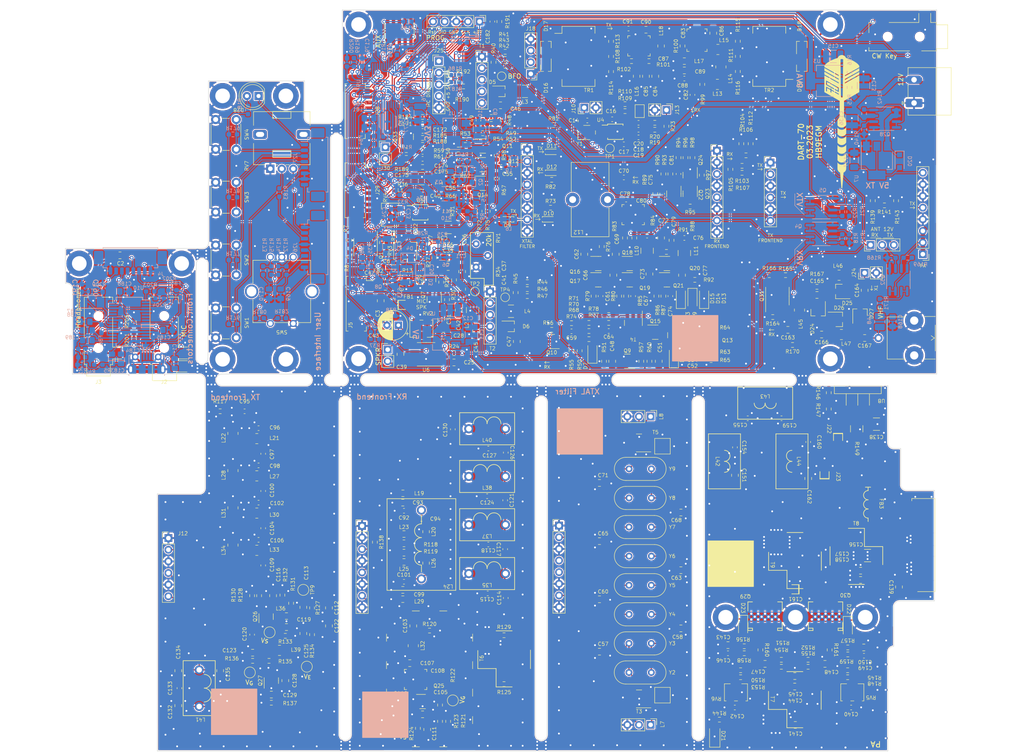
<source format=kicad_pcb>
(kicad_pcb (version 20211014) (generator pcbnew)

  (general
    (thickness 1.6)
  )

  (paper "A4")
  (title_block
    (title "DART-70 TRX")
    (date "2023-03-08")
    (rev "0")
    (company "HB9EGM")
  )

  (layers
    (0 "F.Cu" signal)
    (31 "B.Cu" signal)
    (32 "B.Adhes" user "B.Adhesive")
    (33 "F.Adhes" user "F.Adhesive")
    (34 "B.Paste" user)
    (35 "F.Paste" user)
    (36 "B.SilkS" user "B.Silkscreen")
    (37 "F.SilkS" user "F.Silkscreen")
    (38 "B.Mask" user)
    (39 "F.Mask" user)
    (40 "Dwgs.User" user "User.Drawings")
    (41 "Cmts.User" user "User.Comments")
    (42 "Eco1.User" user "User.Eco1")
    (43 "Eco2.User" user "User.Eco2")
    (44 "Edge.Cuts" user)
    (45 "Margin" user "Edge.Cuts.Setback")
    (46 "B.CrtYd" user "B.Courtyard")
    (47 "F.CrtYd" user "F.Courtyard")
    (48 "B.Fab" user)
    (49 "F.Fab" user)
    (50 "User.1" user "Milling")
    (51 "User.2" user)
    (52 "User.3" user)
    (53 "User.4" user)
    (54 "User.5" user)
    (55 "User.6" user)
    (56 "User.7" user)
    (57 "User.8" user)
    (58 "User.9" user)
  )

  (setup
    (stackup
      (layer "F.SilkS" (type "Top Silk Screen"))
      (layer "F.Paste" (type "Top Solder Paste"))
      (layer "F.Mask" (type "Top Solder Mask") (thickness 0.01))
      (layer "F.Cu" (type "copper") (thickness 0.035))
      (layer "dielectric 1" (type "core") (thickness 1.51) (material "FR4") (epsilon_r 4.5) (loss_tangent 0.02))
      (layer "B.Cu" (type "copper") (thickness 0.035))
      (layer "B.Mask" (type "Bottom Solder Mask") (thickness 0.01))
      (layer "B.Paste" (type "Bottom Solder Paste"))
      (layer "B.SilkS" (type "Bottom Silk Screen"))
      (copper_finish "None")
      (dielectric_constraints no)
    )
    (pad_to_mask_clearance 0)
    (pcbplotparams
      (layerselection 0x0000130_ffffffff)
      (disableapertmacros false)
      (usegerberextensions false)
      (usegerberattributes true)
      (usegerberadvancedattributes true)
      (creategerberjobfile true)
      (svguseinch false)
      (svgprecision 6)
      (excludeedgelayer true)
      (plotframeref false)
      (viasonmask false)
      (mode 1)
      (useauxorigin false)
      (hpglpennumber 1)
      (hpglpenspeed 20)
      (hpglpendiameter 15.000000)
      (dxfpolygonmode true)
      (dxfimperialunits true)
      (dxfusepcbnewfont true)
      (psnegative false)
      (psa4output false)
      (plotreference true)
      (plotvalue true)
      (plotinvisibletext false)
      (sketchpadsonfab false)
      (subtractmaskfromsilk false)
      (outputformat 5)
      (mirror false)
      (drillshape 0)
      (scaleselection 1)
      (outputdirectory "out")
    )
  )

  (net 0 "")
  (net 1 "+12V")
  (net 2 "GND")
  (net 3 "Net-(C1-Pad1)")
  (net 4 "Net-(C3-Pad1)")
  (net 5 "+9VA")
  (net 6 "/MIC")
  (net 7 "Net-(C6-Pad2)")
  (net 8 "+5VA")
  (net 9 "Net-(C1-Pad2)")
  (net 10 "Net-(C2-Pad2)")
  (net 11 "Net-(C4-Pad1)")
  (net 12 "Net-(C14-Pad1)")
  (net 13 "Net-(C14-Pad2)")
  (net 14 "Net-(C15-Pad1)")
  (net 15 "/BFO")
  (net 16 "Net-(C5-Pad1)")
  (net 17 "Net-(C5-Pad2)")
  (net 18 "Net-(C9-Pad2)")
  (net 19 "/Antenna Switch/TX")
  (net 20 "Net-(C18-Pad1)")
  (net 21 "Net-(C18-Pad2)")
  (net 22 "Net-(C19-Pad1)")
  (net 23 "Net-(C21-Pad1)")
  (net 24 "Net-(C20-Pad1)")
  (net 25 "Net-(C20-Pad2)")
  (net 26 "Net-(C22-Pad1)")
  (net 27 "Net-(C23-Pad1)")
  (net 28 "Net-(C23-Pad2)")
  (net 29 "Net-(C25-Pad1)")
  (net 30 "Net-(C21-Pad2)")
  (net 31 "Net-(C26-Pad1)")
  (net 32 "Net-(C22-Pad2)")
  (net 33 "Net-(C26-Pad2)")
  (net 34 "Net-(C28-Pad1)")
  (net 35 "+VRX")
  (net 36 "Net-(C31-Pad1)")
  (net 37 "Net-(C33-Pad1)")
  (net 38 "/Baseband/VAGC")
  (net 39 "Net-(C28-Pad2)")
  (net 40 "Net-(C39-Pad1)")
  (net 41 "Net-(C29-Pad1)")
  (net 42 "Net-(C40-Pad2)")
  (net 43 "Net-(C41-Pad2)")
  (net 44 "Net-(C34-Pad1)")
  (net 45 "/Baseband/SPKR_OUT")
  (net 46 "Net-(C35-Pad1)")
  (net 47 "Net-(C44-Pad2)")
  (net 48 "Net-(C40-Pad1)")
  (net 49 "Net-(C45-Pad2)")
  (net 50 "Net-(C46-Pad1)")
  (net 51 "Net-(C46-Pad2)")
  (net 52 "Net-(C47-Pad1)")
  (net 53 "Net-(C47-Pad2)")
  (net 54 "Net-(C48-Pad1)")
  (net 55 "Net-(C48-Pad2)")
  (net 56 "Net-(C49-Pad1)")
  (net 57 "Net-(C49-Pad2)")
  (net 58 "Net-(C50-Pad1)")
  (net 59 "Net-(C42-Pad2)")
  (net 60 "Net-(C43-Pad1)")
  (net 61 "Net-(C53-Pad1)")
  (net 62 "Net-(C50-Pad2)")
  (net 63 "Net-(C54-Pad2)")
  (net 64 "Net-(C51-Pad1)")
  (net 65 "Net-(C55-Pad2)")
  (net 66 "Net-(C56-Pad2)")
  (net 67 "Net-(C57-Pad2)")
  (net 68 "Net-(C52-Pad2)")
  (net 69 "Net-(C54-Pad1)")
  (net 70 "Net-(C60-Pad2)")
  (net 71 "Net-(C56-Pad1)")
  (net 72 "Net-(C58-Pad2)")
  (net 73 "Net-(C63-Pad2)")
  (net 74 "Net-(C64-Pad2)")
  (net 75 "Net-(C59-Pad1)")
  (net 76 "Net-(C65-Pad2)")
  (net 77 "Net-(C66-Pad2)")
  (net 78 "Net-(C67-Pad2)")
  (net 79 "Net-(C61-Pad2)")
  (net 80 "Net-(C69-Pad1)")
  (net 81 "Net-(C62-Pad1)")
  (net 82 "Net-(C70-Pad2)")
  (net 83 "Net-(C71-Pad2)")
  (net 84 "Net-(C66-Pad1)")
  (net 85 "Net-(C72-Pad2)")
  (net 86 "Net-(C73-Pad2)")
  (net 87 "Net-(C74-Pad2)")
  (net 88 "Net-(C75-Pad2)")
  (net 89 "Net-(C68-Pad2)")
  (net 90 "Net-(C76-Pad2)")
  (net 91 "Net-(C70-Pad1)")
  (net 92 "Net-(C73-Pad1)")
  (net 93 "Net-(C77-Pad1)")
  (net 94 "Net-(C81-Pad1)")
  (net 95 "Net-(C81-Pad2)")
  (net 96 "Net-(C82-Pad1)")
  (net 97 "Net-(C82-Pad2)")
  (net 98 "Net-(C83-Pad2)")
  (net 99 "Net-(C77-Pad2)")
  (net 100 "Net-(C79-Pad1)")
  (net 101 "Net-(C87-Pad2)")
  (net 102 "Net-(C83-Pad1)")
  (net 103 "/70MHz VHF Frontend/VHF_RX")
  (net 104 "/70MHz VHF Frontend/TX_FROM_MIX")
  (net 105 "Net-(C84-Pad2)")
  (net 106 "Net-(C87-Pad1)")
  (net 107 "Net-(C88-Pad2)")
  (net 108 "Net-(C101-Pad2)")
  (net 109 "Net-(C91-Pad2)")
  (net 110 "Net-(C94-Pad1)")
  (net 111 "Net-(C95-Pad2)")
  (net 112 "Net-(C109-Pad2)")
  (net 113 "/70MHz VHF Frontend/+VTX_FE")
  (net 114 "Net-(C111-Pad2)")
  (net 115 "Net-(C103-Pad2)")
  (net 116 "Net-(C104-Pad1)")
  (net 117 "Net-(C114-Pad2)")
  (net 118 "Net-(C105-Pad2)")
  (net 119 "Net-(C110-Pad1)")
  (net 120 "Net-(C120-Pad1)")
  (net 121 "Net-(C120-Pad2)")
  (net 122 "Net-(C121-Pad1)")
  (net 123 "Net-(C125-Pad2)")
  (net 124 "Net-(C126-Pad1)")
  (net 125 "Net-(C128-Pad1)")
  (net 126 "Net-(C128-Pad2)")
  (net 127 "Net-(C129-Pad1)")
  (net 128 "/70MHz VHF Frontend/RX_TO_MIX")
  (net 129 "/70MHz VHF Frontend/VHF_TX")
  (net 130 "Net-(C113-Pad2)")
  (net 131 "VGG1")
  (net 132 "Net-(C114-Pad1)")
  (net 133 "Net-(C116-Pad2)")
  (net 134 "Net-(C117-Pad2)")
  (net 135 "Net-(C119-Pad2)")
  (net 136 "Net-(C144-Pad1)")
  (net 137 "Net-(C144-Pad2)")
  (net 138 "VGG2")
  (net 139 "+3V3")
  (net 140 "/PA 70MHz/VG_5V")
  (net 141 "Net-(C138-Pad1)")
  (net 142 "Net-(C139-Pad1)")
  (net 143 "Net-(C159-Pad2)")
  (net 144 "/Control on separate board/ENC_B")
  (net 145 "/Control on separate board/ENC_A")
  (net 146 "/Control on separate board/3.3V_UI")
  (net 147 "Net-(C139-Pad2)")
  (net 148 "Net-(C171-Pad1)")
  (net 149 "Net-(C172-Pad1)")
  (net 150 "Net-(C147-Pad1)")
  (net 151 "Net-(C148-Pad1)")
  (net 152 "Net-(C151-Pad2)")
  (net 153 "Net-(C165-Pad1)")
  (net 154 "Net-(C154-Pad2)")
  (net 155 "Net-(D5-Pad1)")
  (net 156 "Net-(D5-Pad2)")
  (net 157 "Net-(D6-Pad1)")
  (net 158 "Net-(D6-Pad2)")
  (net 159 "Net-(D7-Pad2)")
  (net 160 "Net-(D8-Pad2)")
  (net 161 "Net-(C153-Pad2)")
  (net 162 "Net-(D10-Pad1)")
  (net 163 "Net-(D9-Pad2)")
  (net 164 "Net-(D11-Pad1)")
  (net 165 "Net-(D10-Pad2)")
  (net 166 "Net-(D13-Pad2)")
  (net 167 "Net-(D14-Pad2)")
  (net 168 "Net-(D15-Pad2)")
  (net 169 "Net-(D16-Pad1)")
  (net 170 "Net-(D16-Pad2)")
  (net 171 "Net-(D16-Pad3)")
  (net 172 "Net-(D17-Pad3)")
  (net 173 "Net-(D18-Pad1)")
  (net 174 "Net-(D18-Pad2)")
  (net 175 "Net-(D18-Pad3)")
  (net 176 "Net-(D19-Pad3)")
  (net 177 "Net-(C152-Pad2)")
  (net 178 "Net-(D21-Pad2)")
  (net 179 "/Control on separate board/STATUSn")
  (net 180 "Net-(D23-Pad2)")
  (net 181 "Net-(FB1-Pad2)")
  (net 182 "Net-(C164-Pad1)")
  (net 183 "Net-(C30-Pad2)")
  (net 184 "Net-(C166-Pad1)")
  (net 185 "Net-(C167-Pad2)")
  (net 186 "Net-(C168-Pad2)")
  (net 187 "Net-(C169-Pad2)")
  (net 188 "Net-(C170-Pad1)")
  (net 189 "/CW_RING")
  (net 190 "/CW_TIP")
  (net 191 "Net-(C173-Pad1)")
  (net 192 "Net-(C30-Pad1)")
  (net 193 "Net-(C174-Pad1)")
  (net 194 "/Baseband/SPKR_DET")
  (net 195 "Net-(C180-Pad2)")
  (net 196 "Net-(C188-Pad2)")
  (net 197 "Net-(C189-Pad2)")
  (net 198 "Net-(D20-Pad1)")
  (net 199 "unconnected-(D26-Pad2)")
  (net 200 "/Baseband/GPIO_XTAL")
  (net 201 "/EN_VRX")
  (net 202 "/EN_VTX")
  (net 203 "Net-(D28-Pad1)")
  (net 204 "/Baseband/CW_KEYn")
  (net 205 "/Baseband/CW_TONE")
  (net 206 "/MIC_PTT")
  (net 207 "/Baseband/SPKR_VOL")
  (net 208 "/MUTE_MICn")
  (net 209 "/SDA")
  (net 210 "/SCL")
  (net 211 "/S_METER")
  (net 212 "/Baseband/VHF_IN")
  (net 213 "/Baseband/VHF_OUT")
  (net 214 "/CLK1")
  (net 215 "unconnected-(D27-Pad2)")
  (net 216 "+VTX")
  (net 217 "Net-(D28-Pad2)")
  (net 218 "unconnected-(J2-PadNC)")
  (net 219 "unconnected-(J2-PadR1)")
  (net 220 "Net-(J2-PadT)")
  (net 221 "/Control on separate board/DISP_LAT")
  (net 222 "/Control on separate board/I2C2_SDA")
  (net 223 "/Control on separate board/I2C2_SCL")
  (net 224 "/Control on separate board/PC14")
  (net 225 "/Control on separate board/PC13")
  (net 226 "unconnected-(J2-PadTN)")
  (net 227 "/Control on separate board/USART1_TX")
  (net 228 "/Control on separate board/USART1_RX")
  (net 229 "/Control on separate board/PB15")
  (net 230 "/Control on separate board/SWCLK")
  (net 231 "/Control on separate board/SWDIO")
  (net 232 "/Control on separate board/RESETn")
  (net 233 "/LO1")
  (net 234 "Net-(L14-Pad1)")
  (net 235 "Net-(J3-PadR)")
  (net 236 "Net-(J3-PadTN)")
  (net 237 "Net-(L21-Pad2)")
  (net 238 "Net-(L23-Pad2)")
  (net 239 "Net-(L25-Pad2)")
  (net 240 "Net-(Q1-Pad2)")
  (net 241 "Net-(J5-Pad4)")
  (net 242 "unconnected-(J8-PadTN)")
  (net 243 "Net-(J15-Pad2)")
  (net 244 "Net-(J17-Pad2)")
  (net 245 "unconnected-(J17-Pad4)")
  (net 246 "unconnected-(J17-Pad5)")
  (net 247 "Net-(J17-Pad7)")
  (net 248 "Net-(J20-Pad5)")
  (net 249 "Net-(Q13-Pad1)")
  (net 250 "Net-(J22-Pad1)")
  (net 251 "Net-(J26-Pad2)")
  (net 252 "Net-(Q16-Pad2)")
  (net 253 "Net-(Q18-Pad2)")
  (net 254 "Net-(J26-Pad3)")
  (net 255 "Net-(J26-Pad5)")
  (net 256 "Net-(Q23-Pad1)")
  (net 257 "Net-(J27-Pad2)")
  (net 258 "/70MHz VHF Frontend/+VRX_FE")
  (net 259 "Net-(J27-Pad3)")
  (net 260 "Net-(J27-Pad4)")
  (net 261 "Net-(J27-Pad5)")
  (net 262 "Net-(J33-Pad1)")
  (net 263 "Net-(J33-Pad4)")
  (net 264 "Net-(R31-Pad2)")
  (net 265 "Net-(L13-Pad1)")
  (net 266 "Net-(L18-Pad1)")
  (net 267 "Net-(L20-Pad2)")
  (net 268 "Net-(L30-Pad2)")
  (net 269 "Net-(L33-Pad2)")
  (net 270 "Net-(Q2-Pad1)")
  (net 271 "Net-(Q3-Pad1)")
  (net 272 "Net-(Q4-Pad4)")
  (net 273 "Net-(Q5-Pad4)")
  (net 274 "Net-(Q8-Pad1)")
  (net 275 "Net-(Q9-Pad1)")
  (net 276 "Net-(Q12-Pad2)")
  (net 277 "Net-(Q13-Pad3)")
  (net 278 "/Control on separate board/BTN0")
  (net 279 "/Control on separate board/BTN1")
  (net 280 "/Control on separate board/BTN2")
  (net 281 "/Control on separate board/BTN3")
  (net 282 "Net-(Q15-Pad1)")
  (net 283 "/Control on separate board/ENC_BTN")
  (net 284 "/Control on separate board/XTAL1")
  (net 285 "/Control on separate board/XTAL2")
  (net 286 "/Control on separate board/PWM_CW")
  (net 287 "/Control on separate board/MUTE_SPKR")
  (net 288 "Net-(Q16-Pad3)")
  (net 289 "/Control on separate board/BOOT0")
  (net 290 "/Control on separate board/BOOT1")
  (net 291 "unconnected-(T3-Pad2)")
  (net 292 "unconnected-(T5-Pad2)")
  (net 293 "unconnected-(TR1-Pad10)")
  (net 294 "unconnected-(TR1-Pad15)")
  (net 295 "unconnected-(TR2-Pad10)")
  (net 296 "unconnected-(TR2-Pad15)")
  (net 297 "Net-(U4-Pad3)")
  (net 298 "Net-(Q20-Pad2)")
  (net 299 "Net-(D22-Pad2)")
  (net 300 "unconnected-(T4-Pad2)")
  (net 301 "/Antenna Switch/RX")
  (net 302 "Net-(Q22-Pad1)")
  (net 303 "Net-(Q25-Pad1)")
  (net 304 "Net-(L27-Pad2)")
  (net 305 "Net-(Q26-Pad4)")
  (net 306 "Net-(Q28-Pad4)")
  (net 307 "Net-(Q30-Pad1)")
  (net 308 "Net-(Q31-Pad5)")
  (net 309 "/Antenna Switch/ANT")
  (net 310 "/Antenna Switch/V_{PIN}")
  (net 311 "Net-(Q31-Pad7)")
  (net 312 "Net-(Q32-Pad4)")
  (net 313 "/TX_to_PA")
  (net 314 "/Baseband/AGC_to_METER")
  (net 315 "Net-(Q32-Pad5)")
  (net 316 "/PA 70MHz/V_{DD}")
  (net 317 "Net-(R32-Pad2)")
  (net 318 "Net-(C137-Pad1)")
  (net 319 "Net-(R37-Pad2)")
  (net 320 "Net-(FB3-Pad1)")
  (net 321 "Net-(R40-Pad1)")
  (net 322 "Net-(C162-Pad2)")
  (net 323 "Net-(R40-Pad2)")
  (net 324 "Net-(R44-Pad1)")
  (net 325 "Net-(Q1-Pad4)")
  (net 326 "Net-(C148-Pad2)")
  (net 327 "Net-(R45-Pad1)")
  (net 328 "Net-(Q29-Pad1)")
  (net 329 "Net-(C147-Pad2)")
  (net 330 "Net-(C163-Pad1)")
  (net 331 "Net-(R103-Pad1)")
  (net 332 "Net-(R110-Pad1)")
  (net 333 "Net-(R111-Pad1)")
  (net 334 "Net-(R121-Pad2)")
  (net 335 "/VOX_PTTn")
  (net 336 "Net-(D11-Pad2)")
  (net 337 "/EN_PA")
  (net 338 "Net-(JP2-Pad2)")
  (net 339 "Net-(R146-Pad1)")
  (net 340 "Net-(R148-Pad1)")
  (net 341 "Net-(R153-Pad1)")
  (net 342 "Net-(R172-Pad1)")
  (net 343 "unconnected-(D24-Pad2)")
  (net 344 "unconnected-(D25-Pad2)")
  (net 345 "Net-(R173-Pad2)")
  (net 346 "Net-(R183-Pad2)")
  (net 347 "/USB Audio/AF_OUT_L")
  (net 348 "/USB Audio/AF_IN")
  (net 349 "Net-(C183-Pad2)")
  (net 350 "Net-(C184-Pad2)")
  (net 351 "/USB Audio/VCC")
  (net 352 "/USB Audio/VDD")
  (net 353 "Net-(R194-Pad2)")
  (net 354 "/USB Audio/AF_OUT_R")
  (net 355 "Net-(R195-Pad2)")
  (net 356 "/USB Audio/XTI")
  (net 357 "/USB Audio/XTO")
  (net 358 "unconnected-(U10-Pad5)")
  (net 359 "/USB Audio/USB_DM")
  (net 360 "/USB Audio/USB_DP")
  (net 361 "unconnected-(U10-Pad6)")
  (net 362 "unconnected-(U10-Pad7)")
  (net 363 "unconnected-(U9-Pad1)")
  (net 364 "Net-(R203-Pad2)")
  (net 365 "Net-(R204-Pad2)")
  (net 366 "unconnected-(U10-Pad24)")
  (net 367 "/Control on separate board/USB_DM")
  (net 368 "/Control on separate board/USB_DP")
  (net 369 "unconnected-(U10-Pad25)")
  (net 370 "unconnected-(U10-Pad28)")
  (net 371 "Net-(C100-Pad2)")
  (net 372 "Net-(C100-Pad1)")
  (net 373 "Net-(C107-Pad1)")
  (net 374 "Net-(Q11-Pad3)")
  (net 375 "Net-(R108-Pad1)")
  (net 376 "Net-(R108-Pad2)")
  (net 377 "Net-(R180-Pad1)")

  (footprint "Capacitor_SMD:C_0603_1608Metric_Pad1.08x0.95mm_HandSolder" (layer "F.Cu") (at 97.536 47.498 180))

  (footprint "Resistor_SMD:R_0603_1608Metric_Pad0.98x0.95mm_HandSolder" (layer "F.Cu") (at 60.325 142.875 -90))

  (footprint "Crystal:Crystal_HC49-U_Vertical" (layer "F.Cu") (at 142.595 140.589))

  (footprint "Resistor_SMD:R_0603_1608Metric_Pad0.98x0.95mm_HandSolder" (layer "F.Cu") (at 190.343 159.156 180))

  (footprint "Resistor_SMD:R_0603_1608Metric_Pad0.98x0.95mm_HandSolder" (layer "F.Cu") (at 156.972 73.914))

  (footprint "Package_SO:MSOP-10_3x3mm_P0.5mm" (layer "F.Cu") (at 97.028 59.182))

  (footprint "mpb:four_4mm_pads_narrow" (layer "F.Cu") (at 178.913 165.76 90))

  (footprint "Potentiometer_SMD:Potentiometer_Bourns_3214W_Vertical" (layer "F.Cu") (at 90.424 59.69 -90))

  (footprint "Potentiometer_SMD:Potentiometer_Bourns_3214W_Vertical" (layer "F.Cu") (at 93.726 67.564 180))

  (footprint "Resistor_SMD:R_0603_1608Metric_Pad0.98x0.95mm_HandSolder" (layer "F.Cu") (at 73.406 151.384 90))

  (footprint "Capacitor_SMD:C_0603_1608Metric_Pad1.08x0.95mm_HandSolder" (layer "F.Cu") (at 111.76 142.367))

  (footprint "Resistor_SMD:R_0603_1608Metric_Pad0.98x0.95mm_HandSolder" (layer "F.Cu") (at 126.1345 40.132))

  (footprint "Capacitor_SMD:C_0603_1608Metric_Pad1.08x0.95mm_HandSolder" (layer "F.Cu") (at 109.728 39.116 90))

  (footprint "Resistor_SMD:R_0603_1608Metric_Pad0.98x0.95mm_HandSolder" (layer "F.Cu") (at 64.008 157.099 180))

  (footprint "Capacitor_SMD:C_0805_2012Metric_Pad1.18x1.45mm_HandSolder" (layer "F.Cu") (at 178.786 162.712 180))

  (footprint "Capacitor_SMD:C_0805_2012Metric_Pad1.18x1.45mm_HandSolder" (layer "F.Cu") (at 178.8075 160.426 180))

  (footprint "Diode_SMD:D_SOD-123F" (layer "F.Cu") (at 153.924 77.978 90))

  (footprint "Resistor_SMD:R_0603_1608Metric_Pad0.98x0.95mm_HandSolder" (layer "F.Cu") (at 115.57 27.173 180))

  (footprint "mpb:PLD-1.5W" (layer "F.Cu") (at 185.517 147.472 180))

  (footprint "Capacitor_SMD:C_0805_2012Metric_Pad1.18x1.45mm_HandSolder" (layer "F.Cu") (at 201.549 140.97 90))

  (footprint "Capacitor_SMD:C_0805_2012Metric_Pad1.18x1.45mm_HandSolder" (layer "F.Cu") (at 44.196 159.258 -90))

  (footprint "Inductor_SMD:L_1008_2520Metric_Pad1.43x2.20mm_HandSolder" (layer "F.Cu") (at 56.134 107.442 90))

  (footprint "Package_TO_SOT_SMD:SOT-23" (layer "F.Cu") (at 125.73 87.376 180))

  (footprint "MountingHole:MountingHole_3.2mm_M3_DIN965_Pad" (layer "F.Cu") (at 53.87525 91.252 90))

  (footprint "Resistor_SMD:R_0603_1608Metric_Pad0.98x0.95mm_HandSolder" (layer "F.Cu") (at 113.7135 46.736 90))

  (footprint "TestPoint:TestPoint_Pad_3.0x3.0mm" (layer "F.Cu") (at 149.91 164.597))

  (footprint "Capacitor_SMD:C_0805_2012Metric_Pad1.18x1.45mm_HandSolder" (layer "F.Cu") (at 94.742 157.607 180))

  (footprint "Inductor_SMD:L_1008_2520Metric_Pad1.43x2.20mm_HandSolder" (layer "F.Cu") (at 162.013 23.622))

  (footprint "Connector_PinHeader_1.27mm:PinHeader_2x05_P1.27mm_Vertical_SMD" (layer "F.Cu") (at 92.456 19.558 90))

  (footprint "Capacitor_SMD:C_0805_2012Metric_Pad1.18x1.45mm_HandSolder" (layer "F.Cu") (at 165.735 116.586 -90))

  (footprint "Capacitor_SMD:C_0603_1608Metric_Pad1.08x0.95mm_HandSolder" (layer "F.Cu") (at 107.8715 46.228 90))

  (footprint "Connector_Phoenix_MC_HighVoltage:PhoenixContact_MC_1,5_2-G-5.08_1x02_P5.08mm_Horizontal" (layer "F.Cu") (at 204.8395 35.306 90))

  (footprint "Inductor_SMD:L_1008_2520Metric_Pad1.43x2.20mm_HandSolder" (layer "F.Cu") (at 56.134 131.826 90))

  (footprint "Connector_PinHeader_2.54mm:PinHeader_1x03_P2.54mm_Vertical" (layer "F.Cu") (at 195.341 66.294 90))

  (footprint "Capacitor_SMD:C_0805_2012Metric_Pad1.18x1.45mm_HandSolder" (layer "F.Cu") (at 149.098 91.694 -90))

  (footprint "Capacitor_SMD:C_0603_1608Metric_Pad1.08x0.95mm_HandSolder" (layer "F.Cu") (at 156.464 33.528 90))

  (footprint "Resistor_SMD:R_0603_1608Metric_Pad0.98x0.95mm_HandSolder" (layer "F.Cu") (at 106.8555 43.434))

  (footprint "Inductor_SMD:L_0805_2012Metric_Pad1.15x1.40mm_HandSolder" (layer "F.Cu") (at 93.472 129.413 180))

  (footprint "TestPoint:TestPoint_Pad_D2.0mm" (layer "F.Cu") (at 72.263 158.369 -90))

  (footprint "Resistor_SMD:R_0603_1608Metric_Pad0.98x0.95mm_HandSolder" (layer "F.Cu") (at 190.373 154.178))

  (footprint "Package_TO_SOT_SMD:SOT-323_SC-70_Handsoldering" (layer "F.Cu") (at 124.46 22.5845 90))

  (footprint "Resistor_SMD:R_0603_1608Metric_Pad0.98x0.95mm_HandSolder" (layer "F.Cu") (at 186.22 98.562 90))

  (footprint "Resistor_SMD:R_0603_1608Metric_Pad0.98x0.95mm_HandSolder" (layer "F.Cu") (at 141.732 64.77 -90))

  (footprint "Capacitor_SMD:C_0603_1608Metric_Pad1.08x0.95mm_HandSolder" (layer "F.Cu") (at 143.51 77.47 90))

  (footprint "Potentiometer_SMD:Potentiometer_Bourns_3214W_Vertical" (layer "F.Cu") (at 165.959 163.982 180))

  (footprint "Capacitor_SMD:C_0805_2012Metric_Pad1.18x1.45mm_HandSolder" (layer "F.Cu") (at 77.089 145.542 90))

  (footprint "Capacitor_SMD:C_0805_2012Metric_Pad1.18x1.45mm_HandSolder" (layer "F.Cu") (at 153.935 124.714 180))

  (footprint "Capacitor_SMD:C_0805_2012Metric_Pad1.18x1.45mm_HandSolder" (layer "F.Cu") (at 146.304 29.464 -90))

  (footprint "Crystal:Crystal_HC49-U_Vertical" (layer "F.Cu") (at 147.495 115.189 180))

  (footprint "Jumper:SolderJumper-2_P1.3mm_Open_TrianglePad1.0x1.5mm" (layer "F.Cu") (at 144.9335 37.084 90))

  (footprint "Capacitor_SMD:C_0805_2012Metric_Pad1.18x1.45mm_HandSolder" (layer "F.Cu") (at 67.818 149.733 180))

  (footprint "Resistor_SMD:R_0603_1608Metric_Pad0.98x0.95mm_HandSolder" (layer "F.Cu") (at 156.464 47.244 -90))

  (footprint "Resistor_SMD:R_0603_1608Metric_Pad0.98x0.95mm_HandSolder" (layer "F.Cu") (at 64.516 166.243 180))

  (footprint "Resistor_SMD:R_0603_1608Metric_Pad0.98x0.95mm_HandSolder" (layer "F.Cu") (at 67.564 151.638))

  (footprint "Capacitor_SMD:C_0805_2012Metric_Pad1.18x1.45mm_HandSolder" (layer "F.Cu")
    (tedit 5F68FEEF) (tstamp 1bafce3e-a05c-40ee-9ab1-dbf1bce75a0d)
    (at 77.089 149.479 -90)
    (descr "Capacitor SMD 0805 (2012 Metric), square (rectangular) end terminal, IPC_7351 nominal with elongated pad for handsoldering. (Body size source: IPC-SM-782 page 76, https://www.pcb-3d.com/wordpress/wp-content/uploads/ipc-sm-782a_amendment_1_and_2.pdf, https://docs.google.com/spreadsheets/d/1BsfQQcO9C6DZCsRaXUlFlo91Tg2WpOkGARC1WS5S8t0/edit?usp=sharing), generated with kicad-footprint-generator")
    (tags "capacitor handsolder")
    (property "MPN" "VJ0805A103KXJTBC"
... [7151742 chars truncated]
</source>
